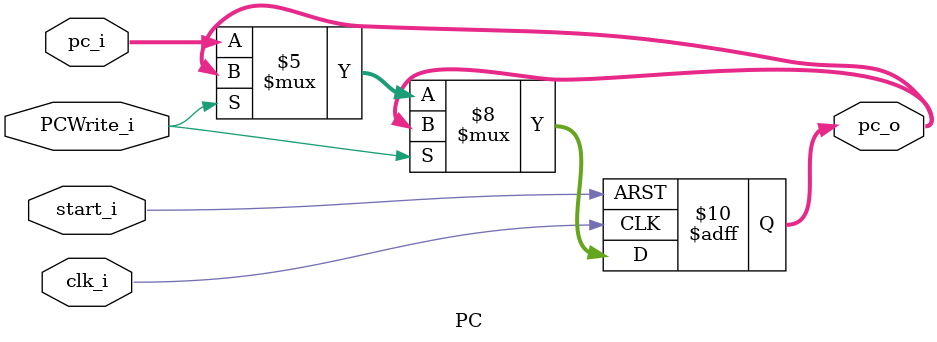
<source format=v>
module PC
(
    clk_i,
    start_i,
    PCWrite_i,
    pc_i,
    pc_o
);

// Ports
input               clk_i, PCWrite_i;
input               start_i;
input   [31:0]      pc_i;
output  [31:0]      pc_o;

// Wires & Registers
reg     [31:0]      pc_o;


always@(negedge clk_i or negedge start_i) begin

    if(~start_i) begin
        pc_o <= 32'b0;
    end
    else if(PCWrite_i == 1)
        pc_o <= pc_o; //stall
    else if(PCWrite_i == 0)  begin
        pc_o <= pc_i;
    end
    
end

endmodule

</source>
